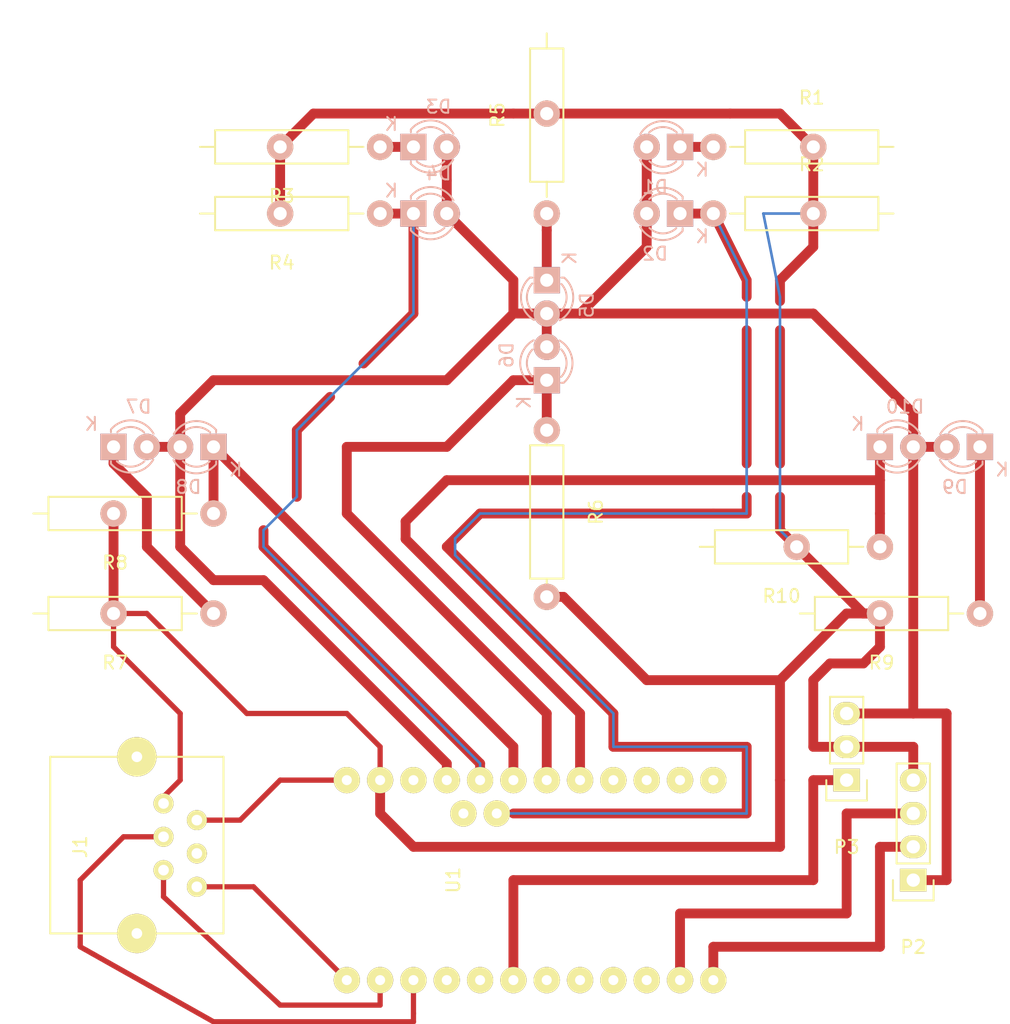
<source format=kicad_pcb>
(kicad_pcb (version 4) (host pcbnew 4.0.2+dfsg1-stable)

  (general
    (links 47)
    (no_connects 0)
    (area 0 0 0 0)
    (thickness 1.6)
    (drawings 0)
    (tracks 178)
    (zones 0)
    (modules 24)
    (nets 35)
  )

  (page A4)
  (layers
    (0 F.Cu signal)
    (31 B.Cu signal)
    (32 B.Adhes user)
    (33 F.Adhes user)
    (34 B.Paste user)
    (35 F.Paste user)
    (36 B.SilkS user)
    (37 F.SilkS user)
    (38 B.Mask user)
    (39 F.Mask user)
    (40 Dwgs.User user)
    (41 Cmts.User user)
    (42 Eco1.User user)
    (43 Eco2.User user)
    (44 Edge.Cuts user)
    (45 Margin user)
    (46 B.CrtYd user)
    (47 F.CrtYd user)
    (48 B.Fab user)
    (49 F.Fab user)
  )

  (setup
    (last_trace_width 0.4)
    (user_trace_width 0.2)
    (trace_clearance 0.2)
    (zone_clearance 0.508)
    (zone_45_only no)
    (trace_min 0.2)
    (segment_width 0.2)
    (edge_width 0.15)
    (via_size 0.6)
    (via_drill 0.4)
    (via_min_size 0.4)
    (via_min_drill 0.3)
    (uvia_size 0.3)
    (uvia_drill 0.1)
    (uvias_allowed no)
    (uvia_min_size 0.2)
    (uvia_min_drill 0.1)
    (pcb_text_width 0.3)
    (pcb_text_size 1.5 1.5)
    (mod_edge_width 0.15)
    (mod_text_size 1 1)
    (mod_text_width 0.15)
    (pad_size 1.524 1.524)
    (pad_drill 0.762)
    (pad_to_mask_clearance 0.2)
    (aux_axis_origin 0 0)
    (visible_elements FFFFFF7F)
    (pcbplotparams
      (layerselection 0x00000_00000001)
      (usegerberextensions false)
      (excludeedgelayer true)
      (linewidth 0.100000)
      (plotframeref false)
      (viasonmask false)
      (mode 1)
      (useauxorigin false)
      (hpglpennumber 1)
      (hpglpenspeed 20)
      (hpglpendiameter 15)
      (hpglpenoverlay 2)
      (psnegative false)
      (psa4output false)
      (plotreference true)
      (plotvalue true)
      (plotinvisibletext false)
      (padsonsilk false)
      (subtractmaskfromsilk false)
      (outputformat 1)
      (mirror false)
      (drillshape 0)
      (scaleselection 1)
      (outputdirectory ""))
  )

  (net 0 "")
  (net 1 "Net-(D1-Pad1)")
  (net 2 "Net-(D1-Pad2)")
  (net 3 "Net-(D2-Pad1)")
  (net 4 "Net-(D3-Pad1)")
  (net 5 "Net-(D4-Pad1)")
  (net 6 "Net-(D5-Pad1)")
  (net 7 "Net-(D6-Pad1)")
  (net 8 "Net-(D7-Pad1)")
  (net 9 "Net-(D8-Pad1)")
  (net 10 "Net-(D9-Pad1)")
  (net 11 "Net-(D10-Pad1)")
  (net 12 "Net-(P2-Pad2)")
  (net 13 "Net-(P2-Pad3)")
  (net 14 "Net-(P3-Pad1)")
  (net 15 "Net-(J1-Pad5)")
  (net 16 "Net-(J1-Pad6)")
  (net 17 "Net-(U1-Pad9)")
  (net 18 "Net-(U1-Pad15)")
  (net 19 "Net-(U1-Pad16)")
  (net 20 "Net-(U1-Pad17)")
  (net 21 "Net-(U1-Pad18)")
  (net 22 "Net-(U1-Pad22)")
  (net 23 "Net-(U1-Pad27)")
  (net 24 "Net-(U1-Pad28)")
  (net 25 "Net-(U1-Pad29)")
  (net 26 "Net-(U1-Pad31)")
  (net 27 "Net-(J1-Pad1)")
  (net 28 "Net-(J1-Pad2)")
  (net 29 "Net-(U1-Pad26)")
  (net 30 "Net-(J1-Pad4)")
  (net 31 "Net-(J1-Pad3)")
  (net 32 "Net-(J1-Pad8)")
  (net 33 "Net-(J1-Pad7)")
  (net 34 "Net-(U1-Pad32)")

  (net_class Default "This is the default net class."
    (clearance 0.2)
    (trace_width 0.4)
    (via_dia 0.6)
    (via_drill 0.4)
    (uvia_dia 0.3)
    (uvia_drill 0.1)
    (add_net "Net-(D1-Pad1)")
    (add_net "Net-(D1-Pad2)")
    (add_net "Net-(D10-Pad1)")
    (add_net "Net-(D2-Pad1)")
    (add_net "Net-(D3-Pad1)")
    (add_net "Net-(D4-Pad1)")
    (add_net "Net-(D5-Pad1)")
    (add_net "Net-(D6-Pad1)")
    (add_net "Net-(D7-Pad1)")
    (add_net "Net-(D8-Pad1)")
    (add_net "Net-(D9-Pad1)")
    (add_net "Net-(J1-Pad1)")
    (add_net "Net-(J1-Pad2)")
    (add_net "Net-(J1-Pad3)")
    (add_net "Net-(J1-Pad4)")
    (add_net "Net-(J1-Pad5)")
    (add_net "Net-(J1-Pad6)")
    (add_net "Net-(J1-Pad7)")
    (add_net "Net-(J1-Pad8)")
    (add_net "Net-(P2-Pad2)")
    (add_net "Net-(P2-Pad3)")
    (add_net "Net-(P3-Pad1)")
    (add_net "Net-(U1-Pad15)")
    (add_net "Net-(U1-Pad16)")
    (add_net "Net-(U1-Pad17)")
    (add_net "Net-(U1-Pad18)")
    (add_net "Net-(U1-Pad22)")
    (add_net "Net-(U1-Pad26)")
    (add_net "Net-(U1-Pad27)")
    (add_net "Net-(U1-Pad28)")
    (add_net "Net-(U1-Pad29)")
    (add_net "Net-(U1-Pad31)")
    (add_net "Net-(U1-Pad32)")
    (add_net "Net-(U1-Pad9)")
  )

  (module bugs:RJ12_Client (layer F.Cu) (tedit 57502E4F) (tstamp 5751A618)
    (at 111.76 160.02 270)
    (path /57486119)
    (fp_text reference J1 (at 0 0 270) (layer F.SilkS)
      (effects (font (size 1 1) (thickness 0.15)))
    )
    (fp_text value RJ12 (at 0 -2.54 270) (layer F.Fab)
      (effects (font (size 1 1) (thickness 0.15)))
    )
    (fp_line (start -6.858 -10.922) (end -6.858 2.286) (layer F.SilkS) (width 0.15))
    (fp_line (start 6.604 -10.922) (end 6.604 2.286) (layer F.SilkS) (width 0.15))
    (fp_line (start -6.858 2.286) (end 6.604 2.286) (layer F.SilkS) (width 0.15))
    (fp_line (start 5.842 -10.922) (end 6.604 -10.922) (layer F.SilkS) (width 0.15))
    (fp_line (start -6.858 -10.922) (end 5.842 -10.922) (layer F.SilkS) (width 0.15))
    (pad 3 thru_hole circle (at 0.508 -8.89 270) (size 1.524 1.524) (drill 0.8128) (layers *.Cu *.Mask F.SilkS)
      (net 31 "Net-(J1-Pad3)"))
    (pad 5 thru_hole circle (at -2.032 -8.89 270) (size 1.524 1.524) (drill 0.8128) (layers *.Cu *.Mask F.SilkS)
      (net 15 "Net-(J1-Pad5)"))
    (pad 1 thru_hole circle (at 3.048 -8.89 270) (size 1.524 1.524) (drill 0.8128) (layers *.Cu *.Mask F.SilkS)
      (net 27 "Net-(J1-Pad1)"))
    (pad 6 thru_hole circle (at -3.302 -6.35 270) (size 1.524 1.524) (drill 0.8128) (layers *.Cu *.Mask F.SilkS)
      (net 16 "Net-(J1-Pad6)"))
    (pad 4 thru_hole circle (at -0.762 -6.35 270) (size 1.524 1.524) (drill 0.8128) (layers *.Cu *.Mask F.SilkS)
      (net 30 "Net-(J1-Pad4)"))
    (pad 2 thru_hole circle (at 1.778 -6.35 270) (size 1.524 1.524) (drill 0.8128) (layers *.Cu *.Mask F.SilkS)
      (net 28 "Net-(J1-Pad2)"))
    (pad 8 thru_hole circle (at 6.604 -4.318 270) (size 2.99974 2.99974) (drill 0.8128) (layers *.Cu *.Mask F.SilkS)
      (net 32 "Net-(J1-Pad8)"))
    (pad 7 thru_hole circle (at -6.858 -4.318 270) (size 2.99974 2.99974) (drill 0.8128) (layers *.Cu *.Mask F.SilkS)
      (net 33 "Net-(J1-Pad7)"))
  )

  (module Resistors_ThroughHole:Resistor_Horizontal_RM15mm (layer F.Cu) (tedit 57487D58) (tstamp 57485B0F)
    (at 160.02 111.76)
    (descr "Resistor, Axial, RM 15mm,")
    (tags "Resistor Axial RM 15mm")
    (path /574844D6)
    (fp_text reference R2 (at 7.5 -3.74904) (layer F.SilkS)
      (effects (font (size 1 1) (thickness 0.15)))
    )
    (fp_text value 510k (at 7.5 4.0005) (layer F.Fab)
      (effects (font (size 1 1) (thickness 0.15)))
    )
    (fp_line (start -1.25 1.5) (end -1.25 -1.5) (layer F.CrtYd) (width 0.05))
    (fp_line (start -1.25 -1.5) (end 16.25 -1.5) (layer F.CrtYd) (width 0.05))
    (fp_line (start 16.25 -1.5) (end 16.25 1.5) (layer F.CrtYd) (width 0.05))
    (fp_line (start 16.25 1.5) (end -1.25 1.5) (layer F.CrtYd) (width 0.05))
    (fp_line (start 2.42 -1.27) (end 2.42 1.27) (layer F.SilkS) (width 0.15))
    (fp_line (start 2.42 1.27) (end 12.58 1.27) (layer F.SilkS) (width 0.15))
    (fp_line (start 12.58 1.27) (end 12.58 -1.27) (layer F.SilkS) (width 0.15))
    (fp_line (start 12.58 -1.27) (end 2.42 -1.27) (layer F.SilkS) (width 0.15))
    (fp_line (start 13.73 0) (end 12.58 0) (layer F.SilkS) (width 0.15))
    (fp_line (start 1.27 0) (end 2.42 0) (layer F.SilkS) (width 0.15))
    (pad 1 thru_hole circle (at 0 0) (size 1.99898 1.99898) (drill 1.00076) (layers *.Cu *.SilkS *.Mask)
      (net 3 "Net-(D2-Pad1)"))
    (pad 2 thru_hole circle (at 7.62 0) (size 1.99898 1.99898) (drill 1.00076) (layers *.Cu *.SilkS *.Mask)
      (net 16 "Net-(J1-Pad6)"))
    (model Resistors_ThroughHole.3dshapes/Resistor_Horizontal_RM15mm.wrl
      (at (xyz 0 0 0))
      (scale (xyz 0.4 0.4 0.4))
      (rotate (xyz 0 0 0))
    )
  )

  (module Resistors_ThroughHole:Resistor_Horizontal_RM15mm (layer F.Cu) (tedit 57487D4F) (tstamp 57485AFF)
    (at 160.02 106.68)
    (descr "Resistor, Axial, RM 15mm,")
    (tags "Resistor Axial RM 15mm")
    (path /574844D5)
    (fp_text reference R1 (at 7.5 -3.74904) (layer F.SilkS)
      (effects (font (size 1 1) (thickness 0.15)))
    )
    (fp_text value 150 (at 7.5 4.0005) (layer F.Fab)
      (effects (font (size 1 1) (thickness 0.15)))
    )
    (fp_line (start -1.25 1.5) (end -1.25 -1.5) (layer F.CrtYd) (width 0.05))
    (fp_line (start -1.25 -1.5) (end 16.25 -1.5) (layer F.CrtYd) (width 0.05))
    (fp_line (start 16.25 -1.5) (end 16.25 1.5) (layer F.CrtYd) (width 0.05))
    (fp_line (start 16.25 1.5) (end -1.25 1.5) (layer F.CrtYd) (width 0.05))
    (fp_line (start 2.42 -1.27) (end 2.42 1.27) (layer F.SilkS) (width 0.15))
    (fp_line (start 2.42 1.27) (end 12.58 1.27) (layer F.SilkS) (width 0.15))
    (fp_line (start 12.58 1.27) (end 12.58 -1.27) (layer F.SilkS) (width 0.15))
    (fp_line (start 12.58 -1.27) (end 2.42 -1.27) (layer F.SilkS) (width 0.15))
    (fp_line (start 13.73 0) (end 12.58 0) (layer F.SilkS) (width 0.15))
    (fp_line (start 1.27 0) (end 2.42 0) (layer F.SilkS) (width 0.15))
    (pad 1 thru_hole circle (at 0 0) (size 1.99898 1.99898) (drill 1.00076) (layers *.Cu *.SilkS *.Mask)
      (net 1 "Net-(D1-Pad1)"))
    (pad 2 thru_hole circle (at 7.62 0) (size 1.99898 1.99898) (drill 1.00076) (layers *.Cu *.SilkS *.Mask)
      (net 16 "Net-(J1-Pad6)"))
    (model Resistors_ThroughHole.3dshapes/Resistor_Horizontal_RM15mm.wrl
      (at (xyz 0 0 0))
      (scale (xyz 0.4 0.4 0.4))
      (rotate (xyz 0 0 0))
    )
  )

  (module Resistors_ThroughHole:Resistor_Horizontal_RM15mm (layer F.Cu) (tedit 57487D31) (tstamp 57485B3F)
    (at 147.32 111.76 90)
    (descr "Resistor, Axial, RM 15mm,")
    (tags "Resistor Axial RM 15mm")
    (path /574844D9)
    (fp_text reference R5 (at 7.5 -3.74904 90) (layer F.SilkS)
      (effects (font (size 1 1) (thickness 0.15)))
    )
    (fp_text value 150 (at 7.5 4.0005 90) (layer F.Fab)
      (effects (font (size 1 1) (thickness 0.15)))
    )
    (fp_line (start -1.25 1.5) (end -1.25 -1.5) (layer F.CrtYd) (width 0.05))
    (fp_line (start -1.25 -1.5) (end 16.25 -1.5) (layer F.CrtYd) (width 0.05))
    (fp_line (start 16.25 -1.5) (end 16.25 1.5) (layer F.CrtYd) (width 0.05))
    (fp_line (start 16.25 1.5) (end -1.25 1.5) (layer F.CrtYd) (width 0.05))
    (fp_line (start 2.42 -1.27) (end 2.42 1.27) (layer F.SilkS) (width 0.15))
    (fp_line (start 2.42 1.27) (end 12.58 1.27) (layer F.SilkS) (width 0.15))
    (fp_line (start 12.58 1.27) (end 12.58 -1.27) (layer F.SilkS) (width 0.15))
    (fp_line (start 12.58 -1.27) (end 2.42 -1.27) (layer F.SilkS) (width 0.15))
    (fp_line (start 13.73 0) (end 12.58 0) (layer F.SilkS) (width 0.15))
    (fp_line (start 1.27 0) (end 2.42 0) (layer F.SilkS) (width 0.15))
    (pad 1 thru_hole circle (at 0 0 90) (size 1.99898 1.99898) (drill 1.00076) (layers *.Cu *.SilkS *.Mask)
      (net 6 "Net-(D5-Pad1)"))
    (pad 2 thru_hole circle (at 7.62 0 90) (size 1.99898 1.99898) (drill 1.00076) (layers *.Cu *.SilkS *.Mask)
      (net 16 "Net-(J1-Pad6)"))
    (model Resistors_ThroughHole.3dshapes/Resistor_Horizontal_RM15mm.wrl
      (at (xyz 0 0 0))
      (scale (xyz 0.4 0.4 0.4))
      (rotate (xyz 0 0 0))
    )
  )

  (module Resistors_ThroughHole:Resistor_Horizontal_RM15mm (layer F.Cu) (tedit 57487D1D) (tstamp 57485B2F)
    (at 134.62 111.76 180)
    (descr "Resistor, Axial, RM 15mm,")
    (tags "Resistor Axial RM 15mm")
    (path /574844D8)
    (fp_text reference R4 (at 7.5 -3.74904 180) (layer F.SilkS)
      (effects (font (size 1 1) (thickness 0.15)))
    )
    (fp_text value 510k (at 7.5 4.0005 180) (layer F.Fab)
      (effects (font (size 1 1) (thickness 0.15)))
    )
    (fp_line (start -1.25 1.5) (end -1.25 -1.5) (layer F.CrtYd) (width 0.05))
    (fp_line (start -1.25 -1.5) (end 16.25 -1.5) (layer F.CrtYd) (width 0.05))
    (fp_line (start 16.25 -1.5) (end 16.25 1.5) (layer F.CrtYd) (width 0.05))
    (fp_line (start 16.25 1.5) (end -1.25 1.5) (layer F.CrtYd) (width 0.05))
    (fp_line (start 2.42 -1.27) (end 2.42 1.27) (layer F.SilkS) (width 0.15))
    (fp_line (start 2.42 1.27) (end 12.58 1.27) (layer F.SilkS) (width 0.15))
    (fp_line (start 12.58 1.27) (end 12.58 -1.27) (layer F.SilkS) (width 0.15))
    (fp_line (start 12.58 -1.27) (end 2.42 -1.27) (layer F.SilkS) (width 0.15))
    (fp_line (start 13.73 0) (end 12.58 0) (layer F.SilkS) (width 0.15))
    (fp_line (start 1.27 0) (end 2.42 0) (layer F.SilkS) (width 0.15))
    (pad 1 thru_hole circle (at 0 0 180) (size 1.99898 1.99898) (drill 1.00076) (layers *.Cu *.SilkS *.Mask)
      (net 5 "Net-(D4-Pad1)"))
    (pad 2 thru_hole circle (at 7.62 0 180) (size 1.99898 1.99898) (drill 1.00076) (layers *.Cu *.SilkS *.Mask)
      (net 16 "Net-(J1-Pad6)"))
    (model Resistors_ThroughHole.3dshapes/Resistor_Horizontal_RM15mm.wrl
      (at (xyz 0 0 0))
      (scale (xyz 0.4 0.4 0.4))
      (rotate (xyz 0 0 0))
    )
  )

  (module Resistors_ThroughHole:Resistor_Horizontal_RM15mm (layer F.Cu) (tedit 57487D12) (tstamp 57485B1F)
    (at 134.62 106.68 180)
    (descr "Resistor, Axial, RM 15mm,")
    (tags "Resistor Axial RM 15mm")
    (path /574844D7)
    (fp_text reference R3 (at 7.5 -3.74904 180) (layer F.SilkS)
      (effects (font (size 1 1) (thickness 0.15)))
    )
    (fp_text value 150 (at 7.5 4.0005 180) (layer F.Fab)
      (effects (font (size 1 1) (thickness 0.15)))
    )
    (fp_line (start -1.25 1.5) (end -1.25 -1.5) (layer F.CrtYd) (width 0.05))
    (fp_line (start -1.25 -1.5) (end 16.25 -1.5) (layer F.CrtYd) (width 0.05))
    (fp_line (start 16.25 -1.5) (end 16.25 1.5) (layer F.CrtYd) (width 0.05))
    (fp_line (start 16.25 1.5) (end -1.25 1.5) (layer F.CrtYd) (width 0.05))
    (fp_line (start 2.42 -1.27) (end 2.42 1.27) (layer F.SilkS) (width 0.15))
    (fp_line (start 2.42 1.27) (end 12.58 1.27) (layer F.SilkS) (width 0.15))
    (fp_line (start 12.58 1.27) (end 12.58 -1.27) (layer F.SilkS) (width 0.15))
    (fp_line (start 12.58 -1.27) (end 2.42 -1.27) (layer F.SilkS) (width 0.15))
    (fp_line (start 13.73 0) (end 12.58 0) (layer F.SilkS) (width 0.15))
    (fp_line (start 1.27 0) (end 2.42 0) (layer F.SilkS) (width 0.15))
    (pad 1 thru_hole circle (at 0 0 180) (size 1.99898 1.99898) (drill 1.00076) (layers *.Cu *.SilkS *.Mask)
      (net 4 "Net-(D3-Pad1)"))
    (pad 2 thru_hole circle (at 7.62 0 180) (size 1.99898 1.99898) (drill 1.00076) (layers *.Cu *.SilkS *.Mask)
      (net 16 "Net-(J1-Pad6)"))
    (model Resistors_ThroughHole.3dshapes/Resistor_Horizontal_RM15mm.wrl
      (at (xyz 0 0 0))
      (scale (xyz 0.4 0.4 0.4))
      (rotate (xyz 0 0 0))
    )
  )

  (module Resistors_ThroughHole:Resistor_Horizontal_RM15mm (layer F.Cu) (tedit 57487CDD) (tstamp 57484947)
    (at 121.92 134.62 180)
    (descr "Resistor, Axial, RM 15mm,")
    (tags "Resistor Axial RM 15mm")
    (path /574844DC)
    (fp_text reference R8 (at 7.5 -3.74904 180) (layer F.SilkS)
      (effects (font (size 1 1) (thickness 0.15)))
    )
    (fp_text value 510k (at 7.5 4.0005 180) (layer F.Fab)
      (effects (font (size 1 1) (thickness 0.15)))
    )
    (fp_line (start -1.25 1.5) (end -1.25 -1.5) (layer F.CrtYd) (width 0.05))
    (fp_line (start -1.25 -1.5) (end 16.25 -1.5) (layer F.CrtYd) (width 0.05))
    (fp_line (start 16.25 -1.5) (end 16.25 1.5) (layer F.CrtYd) (width 0.05))
    (fp_line (start 16.25 1.5) (end -1.25 1.5) (layer F.CrtYd) (width 0.05))
    (fp_line (start 2.42 -1.27) (end 2.42 1.27) (layer F.SilkS) (width 0.15))
    (fp_line (start 2.42 1.27) (end 12.58 1.27) (layer F.SilkS) (width 0.15))
    (fp_line (start 12.58 1.27) (end 12.58 -1.27) (layer F.SilkS) (width 0.15))
    (fp_line (start 12.58 -1.27) (end 2.42 -1.27) (layer F.SilkS) (width 0.15))
    (fp_line (start 13.73 0) (end 12.58 0) (layer F.SilkS) (width 0.15))
    (fp_line (start 1.27 0) (end 2.42 0) (layer F.SilkS) (width 0.15))
    (pad 1 thru_hole circle (at 0 0 180) (size 1.99898 1.99898) (drill 1.00076) (layers *.Cu *.SilkS *.Mask)
      (net 9 "Net-(D8-Pad1)"))
    (pad 2 thru_hole circle (at 7.62 0 180) (size 1.99898 1.99898) (drill 1.00076) (layers *.Cu *.SilkS *.Mask)
      (net 16 "Net-(J1-Pad6)"))
    (model Resistors_ThroughHole.3dshapes/Resistor_Horizontal_RM15mm.wrl
      (at (xyz 0 0 0))
      (scale (xyz 0.4 0.4 0.4))
      (rotate (xyz 0 0 0))
    )
  )

  (module Resistors_ThroughHole:Resistor_Horizontal_RM15mm (layer F.Cu) (tedit 5748794E) (tstamp 57484953)
    (at 172.72 137.16 180)
    (descr "Resistor, Axial, RM 15mm,")
    (tags "Resistor Axial RM 15mm")
    (path /574844DE)
    (fp_text reference R10 (at 7.5 -3.74904 180) (layer F.SilkS)
      (effects (font (size 1 1) (thickness 0.15)))
    )
    (fp_text value 510k (at 7.5 4.0005 180) (layer F.Fab)
      (effects (font (size 1 1) (thickness 0.15)))
    )
    (fp_line (start -1.25 1.5) (end -1.25 -1.5) (layer F.CrtYd) (width 0.05))
    (fp_line (start -1.25 -1.5) (end 16.25 -1.5) (layer F.CrtYd) (width 0.05))
    (fp_line (start 16.25 -1.5) (end 16.25 1.5) (layer F.CrtYd) (width 0.05))
    (fp_line (start 16.25 1.5) (end -1.25 1.5) (layer F.CrtYd) (width 0.05))
    (fp_line (start 2.42 -1.27) (end 2.42 1.27) (layer F.SilkS) (width 0.15))
    (fp_line (start 2.42 1.27) (end 12.58 1.27) (layer F.SilkS) (width 0.15))
    (fp_line (start 12.58 1.27) (end 12.58 -1.27) (layer F.SilkS) (width 0.15))
    (fp_line (start 12.58 -1.27) (end 2.42 -1.27) (layer F.SilkS) (width 0.15))
    (fp_line (start 13.73 0) (end 12.58 0) (layer F.SilkS) (width 0.15))
    (fp_line (start 1.27 0) (end 2.42 0) (layer F.SilkS) (width 0.15))
    (pad 1 thru_hole circle (at 0 0 180) (size 1.99898 1.99898) (drill 1.00076) (layers *.Cu *.SilkS *.Mask)
      (net 11 "Net-(D10-Pad1)"))
    (pad 2 thru_hole circle (at 6.35 0 180) (size 1.99898 1.99898) (drill 1.00076) (layers *.Cu *.SilkS *.Mask)
      (net 16 "Net-(J1-Pad6)"))
    (model Resistors_ThroughHole.3dshapes/Resistor_Horizontal_RM15mm.wrl
      (at (xyz 0 0 0))
      (scale (xyz 0.4 0.4 0.4))
      (rotate (xyz 0 0 0))
    )
  )

  (module Resistors_ThroughHole:Resistor_Horizontal_RM15mm (layer F.Cu) (tedit 57485D61) (tstamp 5748494D)
    (at 180.34 142.24 180)
    (descr "Resistor, Axial, RM 15mm,")
    (tags "Resistor Axial RM 15mm")
    (path /574844DD)
    (fp_text reference R9 (at 7.5 -3.74904 180) (layer F.SilkS)
      (effects (font (size 1 1) (thickness 0.15)))
    )
    (fp_text value 150 (at 7.5 4.0005 180) (layer F.Fab)
      (effects (font (size 1 1) (thickness 0.15)))
    )
    (fp_line (start -1.25 1.5) (end -1.25 -1.5) (layer F.CrtYd) (width 0.05))
    (fp_line (start -1.25 -1.5) (end 16.25 -1.5) (layer F.CrtYd) (width 0.05))
    (fp_line (start 16.25 -1.5) (end 16.25 1.5) (layer F.CrtYd) (width 0.05))
    (fp_line (start 16.25 1.5) (end -1.25 1.5) (layer F.CrtYd) (width 0.05))
    (fp_line (start 2.42 -1.27) (end 2.42 1.27) (layer F.SilkS) (width 0.15))
    (fp_line (start 2.42 1.27) (end 12.58 1.27) (layer F.SilkS) (width 0.15))
    (fp_line (start 12.58 1.27) (end 12.58 -1.27) (layer F.SilkS) (width 0.15))
    (fp_line (start 12.58 -1.27) (end 2.42 -1.27) (layer F.SilkS) (width 0.15))
    (fp_line (start 13.73 0) (end 12.58 0) (layer F.SilkS) (width 0.15))
    (fp_line (start 1.27 0) (end 2.42 0) (layer F.SilkS) (width 0.15))
    (pad 1 thru_hole circle (at 0 0 180) (size 1.99898 1.99898) (drill 1.00076) (layers *.Cu *.SilkS *.Mask)
      (net 10 "Net-(D9-Pad1)"))
    (pad 2 thru_hole circle (at 7.62 0 180) (size 1.99898 1.99898) (drill 1.00076) (layers *.Cu *.SilkS *.Mask)
      (net 16 "Net-(J1-Pad6)"))
    (model Resistors_ThroughHole.3dshapes/Resistor_Horizontal_RM15mm.wrl
      (at (xyz 0 0 0))
      (scale (xyz 0.4 0.4 0.4))
      (rotate (xyz 0 0 0))
    )
  )

  (module Resistors_ThroughHole:Resistor_Horizontal_RM15mm (layer F.Cu) (tedit 57485D12) (tstamp 57484941)
    (at 121.92 142.24 180)
    (descr "Resistor, Axial, RM 15mm,")
    (tags "Resistor Axial RM 15mm")
    (path /574844DB)
    (fp_text reference R7 (at 7.5 -3.74904 180) (layer F.SilkS)
      (effects (font (size 1 1) (thickness 0.15)))
    )
    (fp_text value 150 (at 7.5 4.0005 180) (layer F.Fab)
      (effects (font (size 1 1) (thickness 0.15)))
    )
    (fp_line (start -1.25 1.5) (end -1.25 -1.5) (layer F.CrtYd) (width 0.05))
    (fp_line (start -1.25 -1.5) (end 16.25 -1.5) (layer F.CrtYd) (width 0.05))
    (fp_line (start 16.25 -1.5) (end 16.25 1.5) (layer F.CrtYd) (width 0.05))
    (fp_line (start 16.25 1.5) (end -1.25 1.5) (layer F.CrtYd) (width 0.05))
    (fp_line (start 2.42 -1.27) (end 2.42 1.27) (layer F.SilkS) (width 0.15))
    (fp_line (start 2.42 1.27) (end 12.58 1.27) (layer F.SilkS) (width 0.15))
    (fp_line (start 12.58 1.27) (end 12.58 -1.27) (layer F.SilkS) (width 0.15))
    (fp_line (start 12.58 -1.27) (end 2.42 -1.27) (layer F.SilkS) (width 0.15))
    (fp_line (start 13.73 0) (end 12.58 0) (layer F.SilkS) (width 0.15))
    (fp_line (start 1.27 0) (end 2.42 0) (layer F.SilkS) (width 0.15))
    (pad 1 thru_hole circle (at 0 0 180) (size 1.99898 1.99898) (drill 1.00076) (layers *.Cu *.SilkS *.Mask)
      (net 8 "Net-(D7-Pad1)"))
    (pad 2 thru_hole circle (at 7.62 0 180) (size 1.99898 1.99898) (drill 1.00076) (layers *.Cu *.SilkS *.Mask)
      (net 16 "Net-(J1-Pad6)"))
    (model Resistors_ThroughHole.3dshapes/Resistor_Horizontal_RM15mm.wrl
      (at (xyz 0 0 0))
      (scale (xyz 0.4 0.4 0.4))
      (rotate (xyz 0 0 0))
    )
  )

  (module Resistors_ThroughHole:Resistor_Horizontal_RM15mm (layer F.Cu) (tedit 57485AB3) (tstamp 57485B4F)
    (at 147.32 127 270)
    (descr "Resistor, Axial, RM 15mm,")
    (tags "Resistor Axial RM 15mm")
    (path /574844DA)
    (fp_text reference R6 (at 7.5 -3.74904 270) (layer F.SilkS)
      (effects (font (size 1 1) (thickness 0.15)))
    )
    (fp_text value 510k (at 7.5 4.0005 270) (layer F.Fab)
      (effects (font (size 1 1) (thickness 0.15)))
    )
    (fp_line (start -1.25 1.5) (end -1.25 -1.5) (layer F.CrtYd) (width 0.05))
    (fp_line (start -1.25 -1.5) (end 16.25 -1.5) (layer F.CrtYd) (width 0.05))
    (fp_line (start 16.25 -1.5) (end 16.25 1.5) (layer F.CrtYd) (width 0.05))
    (fp_line (start 16.25 1.5) (end -1.25 1.5) (layer F.CrtYd) (width 0.05))
    (fp_line (start 2.42 -1.27) (end 2.42 1.27) (layer F.SilkS) (width 0.15))
    (fp_line (start 2.42 1.27) (end 12.58 1.27) (layer F.SilkS) (width 0.15))
    (fp_line (start 12.58 1.27) (end 12.58 -1.27) (layer F.SilkS) (width 0.15))
    (fp_line (start 12.58 -1.27) (end 2.42 -1.27) (layer F.SilkS) (width 0.15))
    (fp_line (start 13.73 0) (end 12.58 0) (layer F.SilkS) (width 0.15))
    (fp_line (start 1.27 0) (end 2.42 0) (layer F.SilkS) (width 0.15))
    (pad 1 thru_hole circle (at 1.27 0 270) (size 1.99898 1.99898) (drill 1.00076) (layers *.Cu *.SilkS *.Mask)
      (net 7 "Net-(D6-Pad1)"))
    (pad 2 thru_hole circle (at 13.97 0 270) (size 1.99898 1.99898) (drill 1.00076) (layers *.Cu *.SilkS *.Mask)
      (net 16 "Net-(J1-Pad6)"))
    (model Resistors_ThroughHole.3dshapes/Resistor_Horizontal_RM15mm.wrl
      (at (xyz 0 0 0))
      (scale (xyz 0.4 0.4 0.4))
      (rotate (xyz 0 0 0))
    )
  )

  (module Pin_Headers:Pin_Header_Straight_1x03 (layer F.Cu) (tedit 0) (tstamp 57484917)
    (at 170.18 154.94 180)
    (descr "Through hole pin header")
    (tags "pin header")
    (path /57484C01)
    (fp_text reference P3 (at 0 -5.1 180) (layer F.SilkS)
      (effects (font (size 1 1) (thickness 0.15)))
    )
    (fp_text value CONN_01X03 (at 0 -3.1 180) (layer F.Fab)
      (effects (font (size 1 1) (thickness 0.15)))
    )
    (fp_line (start -1.75 -1.75) (end -1.75 6.85) (layer F.CrtYd) (width 0.05))
    (fp_line (start 1.75 -1.75) (end 1.75 6.85) (layer F.CrtYd) (width 0.05))
    (fp_line (start -1.75 -1.75) (end 1.75 -1.75) (layer F.CrtYd) (width 0.05))
    (fp_line (start -1.75 6.85) (end 1.75 6.85) (layer F.CrtYd) (width 0.05))
    (fp_line (start -1.27 1.27) (end -1.27 6.35) (layer F.SilkS) (width 0.15))
    (fp_line (start -1.27 6.35) (end 1.27 6.35) (layer F.SilkS) (width 0.15))
    (fp_line (start 1.27 6.35) (end 1.27 1.27) (layer F.SilkS) (width 0.15))
    (fp_line (start 1.55 -1.55) (end 1.55 0) (layer F.SilkS) (width 0.15))
    (fp_line (start 1.27 1.27) (end -1.27 1.27) (layer F.SilkS) (width 0.15))
    (fp_line (start -1.55 0) (end -1.55 -1.55) (layer F.SilkS) (width 0.15))
    (fp_line (start -1.55 -1.55) (end 1.55 -1.55) (layer F.SilkS) (width 0.15))
    (pad 1 thru_hole rect (at 0 0 180) (size 2.032 1.7272) (drill 1.016) (layers *.Cu *.Mask F.SilkS)
      (net 14 "Net-(P3-Pad1)"))
    (pad 2 thru_hole oval (at 0 2.54 180) (size 2.032 1.7272) (drill 1.016) (layers *.Cu *.Mask F.SilkS)
      (net 16 "Net-(J1-Pad6)"))
    (pad 3 thru_hole oval (at 0 5.08 180) (size 2.032 1.7272) (drill 1.016) (layers *.Cu *.Mask F.SilkS)
      (net 2 "Net-(D1-Pad2)"))
    (model Pin_Headers.3dshapes/Pin_Header_Straight_1x03.wrl
      (at (xyz 0 -0.1 0))
      (scale (xyz 1 1 1))
      (rotate (xyz 0 0 90))
    )
  )

  (module LEDs:LED-3MM (layer B.Cu) (tedit 559B82F6) (tstamp 574848D2)
    (at 157.48 106.68 180)
    (descr "LED 3mm round vertical")
    (tags "LED  3mm round vertical")
    (path /574844CD)
    (fp_text reference D1 (at 1.91 -3.06 180) (layer B.SilkS)
      (effects (font (size 1 1) (thickness 0.15)) (justify mirror))
    )
    (fp_text value LED (at 1.3 2.9 180) (layer B.Fab)
      (effects (font (size 1 1) (thickness 0.15)) (justify mirror))
    )
    (fp_line (start -1.2 -2.3) (end 3.8 -2.3) (layer B.CrtYd) (width 0.05))
    (fp_line (start 3.8 -2.3) (end 3.8 2.2) (layer B.CrtYd) (width 0.05))
    (fp_line (start 3.8 2.2) (end -1.2 2.2) (layer B.CrtYd) (width 0.05))
    (fp_line (start -1.2 2.2) (end -1.2 -2.3) (layer B.CrtYd) (width 0.05))
    (fp_line (start -0.199 -1.314) (end -0.199 -1.114) (layer B.SilkS) (width 0.15))
    (fp_line (start -0.199 1.28) (end -0.199 1.1) (layer B.SilkS) (width 0.15))
    (fp_arc (start 1.301 -0.034) (end -0.199 1.286) (angle -108.5) (layer B.SilkS) (width 0.15))
    (fp_arc (start 1.301 -0.034) (end 0.25 1.1) (angle -85.7) (layer B.SilkS) (width 0.15))
    (fp_arc (start 1.311 -0.034) (end 3.051 -0.994) (angle -110) (layer B.SilkS) (width 0.15))
    (fp_arc (start 1.301 -0.034) (end 2.335 -1.094) (angle -87.5) (layer B.SilkS) (width 0.15))
    (fp_text user K (at -1.69 -1.74 180) (layer B.SilkS)
      (effects (font (size 1 1) (thickness 0.15)) (justify mirror))
    )
    (pad 1 thru_hole rect (at 0 0 90) (size 2 2) (drill 1.00076) (layers *.Cu *.Mask B.SilkS)
      (net 1 "Net-(D1-Pad1)"))
    (pad 2 thru_hole circle (at 2.54 0 180) (size 2 2) (drill 1.00076) (layers *.Cu *.Mask B.SilkS)
      (net 2 "Net-(D1-Pad2)"))
    (model LEDs.3dshapes/LED-3MM.wrl
      (at (xyz 0.05 0 0))
      (scale (xyz 1 1 1))
      (rotate (xyz 0 0 90))
    )
  )

  (module LEDs:LED-3MM (layer B.Cu) (tedit 559B82F6) (tstamp 574848D8)
    (at 157.48 111.76 180)
    (descr "LED 3mm round vertical")
    (tags "LED  3mm round vertical")
    (path /574844CE)
    (fp_text reference D2 (at 1.91 -3.06 180) (layer B.SilkS)
      (effects (font (size 1 1) (thickness 0.15)) (justify mirror))
    )
    (fp_text value LED (at 1.3 2.9 180) (layer B.Fab)
      (effects (font (size 1 1) (thickness 0.15)) (justify mirror))
    )
    (fp_line (start -1.2 -2.3) (end 3.8 -2.3) (layer B.CrtYd) (width 0.05))
    (fp_line (start 3.8 -2.3) (end 3.8 2.2) (layer B.CrtYd) (width 0.05))
    (fp_line (start 3.8 2.2) (end -1.2 2.2) (layer B.CrtYd) (width 0.05))
    (fp_line (start -1.2 2.2) (end -1.2 -2.3) (layer B.CrtYd) (width 0.05))
    (fp_line (start -0.199 -1.314) (end -0.199 -1.114) (layer B.SilkS) (width 0.15))
    (fp_line (start -0.199 1.28) (end -0.199 1.1) (layer B.SilkS) (width 0.15))
    (fp_arc (start 1.301 -0.034) (end -0.199 1.286) (angle -108.5) (layer B.SilkS) (width 0.15))
    (fp_arc (start 1.301 -0.034) (end 0.25 1.1) (angle -85.7) (layer B.SilkS) (width 0.15))
    (fp_arc (start 1.311 -0.034) (end 3.051 -0.994) (angle -110) (layer B.SilkS) (width 0.15))
    (fp_arc (start 1.301 -0.034) (end 2.335 -1.094) (angle -87.5) (layer B.SilkS) (width 0.15))
    (fp_text user K (at -1.69 -1.74 180) (layer B.SilkS)
      (effects (font (size 1 1) (thickness 0.15)) (justify mirror))
    )
    (pad 1 thru_hole rect (at 0 0 90) (size 2 2) (drill 1.00076) (layers *.Cu *.Mask B.SilkS)
      (net 3 "Net-(D2-Pad1)"))
    (pad 2 thru_hole circle (at 2.54 0 180) (size 2 2) (drill 1.00076) (layers *.Cu *.Mask B.SilkS)
      (net 2 "Net-(D1-Pad2)"))
    (model LEDs.3dshapes/LED-3MM.wrl
      (at (xyz 0.05 0 0))
      (scale (xyz 1 1 1))
      (rotate (xyz 0 0 90))
    )
  )

  (module LEDs:LED-3MM (layer B.Cu) (tedit 559B82F6) (tstamp 574848DE)
    (at 137.16 106.68)
    (descr "LED 3mm round vertical")
    (tags "LED  3mm round vertical")
    (path /574844CF)
    (fp_text reference D3 (at 1.91 -3.06) (layer B.SilkS)
      (effects (font (size 1 1) (thickness 0.15)) (justify mirror))
    )
    (fp_text value LED (at 1.3 2.9) (layer B.Fab)
      (effects (font (size 1 1) (thickness 0.15)) (justify mirror))
    )
    (fp_line (start -1.2 -2.3) (end 3.8 -2.3) (layer B.CrtYd) (width 0.05))
    (fp_line (start 3.8 -2.3) (end 3.8 2.2) (layer B.CrtYd) (width 0.05))
    (fp_line (start 3.8 2.2) (end -1.2 2.2) (layer B.CrtYd) (width 0.05))
    (fp_line (start -1.2 2.2) (end -1.2 -2.3) (layer B.CrtYd) (width 0.05))
    (fp_line (start -0.199 -1.314) (end -0.199 -1.114) (layer B.SilkS) (width 0.15))
    (fp_line (start -0.199 1.28) (end -0.199 1.1) (layer B.SilkS) (width 0.15))
    (fp_arc (start 1.301 -0.034) (end -0.199 1.286) (angle -108.5) (layer B.SilkS) (width 0.15))
    (fp_arc (start 1.301 -0.034) (end 0.25 1.1) (angle -85.7) (layer B.SilkS) (width 0.15))
    (fp_arc (start 1.311 -0.034) (end 3.051 -0.994) (angle -110) (layer B.SilkS) (width 0.15))
    (fp_arc (start 1.301 -0.034) (end 2.335 -1.094) (angle -87.5) (layer B.SilkS) (width 0.15))
    (fp_text user K (at -1.69 -1.74) (layer B.SilkS)
      (effects (font (size 1 1) (thickness 0.15)) (justify mirror))
    )
    (pad 1 thru_hole rect (at 0 0 270) (size 2 2) (drill 1.00076) (layers *.Cu *.Mask B.SilkS)
      (net 4 "Net-(D3-Pad1)"))
    (pad 2 thru_hole circle (at 2.54 0) (size 2 2) (drill 1.00076) (layers *.Cu *.Mask B.SilkS)
      (net 2 "Net-(D1-Pad2)"))
    (model LEDs.3dshapes/LED-3MM.wrl
      (at (xyz 0.05 0 0))
      (scale (xyz 1 1 1))
      (rotate (xyz 0 0 90))
    )
  )

  (module LEDs:LED-3MM (layer B.Cu) (tedit 559B82F6) (tstamp 574848E4)
    (at 137.16 111.76)
    (descr "LED 3mm round vertical")
    (tags "LED  3mm round vertical")
    (path /574844D0)
    (fp_text reference D4 (at 1.91 -3.06) (layer B.SilkS)
      (effects (font (size 1 1) (thickness 0.15)) (justify mirror))
    )
    (fp_text value LED (at 1.3 2.9) (layer B.Fab)
      (effects (font (size 1 1) (thickness 0.15)) (justify mirror))
    )
    (fp_line (start -1.2 -2.3) (end 3.8 -2.3) (layer B.CrtYd) (width 0.05))
    (fp_line (start 3.8 -2.3) (end 3.8 2.2) (layer B.CrtYd) (width 0.05))
    (fp_line (start 3.8 2.2) (end -1.2 2.2) (layer B.CrtYd) (width 0.05))
    (fp_line (start -1.2 2.2) (end -1.2 -2.3) (layer B.CrtYd) (width 0.05))
    (fp_line (start -0.199 -1.314) (end -0.199 -1.114) (layer B.SilkS) (width 0.15))
    (fp_line (start -0.199 1.28) (end -0.199 1.1) (layer B.SilkS) (width 0.15))
    (fp_arc (start 1.301 -0.034) (end -0.199 1.286) (angle -108.5) (layer B.SilkS) (width 0.15))
    (fp_arc (start 1.301 -0.034) (end 0.25 1.1) (angle -85.7) (layer B.SilkS) (width 0.15))
    (fp_arc (start 1.311 -0.034) (end 3.051 -0.994) (angle -110) (layer B.SilkS) (width 0.15))
    (fp_arc (start 1.301 -0.034) (end 2.335 -1.094) (angle -87.5) (layer B.SilkS) (width 0.15))
    (fp_text user K (at -1.69 -1.74) (layer B.SilkS)
      (effects (font (size 1 1) (thickness 0.15)) (justify mirror))
    )
    (pad 1 thru_hole rect (at 0 0 270) (size 2 2) (drill 1.00076) (layers *.Cu *.Mask B.SilkS)
      (net 5 "Net-(D4-Pad1)"))
    (pad 2 thru_hole circle (at 2.54 0) (size 2 2) (drill 1.00076) (layers *.Cu *.Mask B.SilkS)
      (net 2 "Net-(D1-Pad2)"))
    (model LEDs.3dshapes/LED-3MM.wrl
      (at (xyz 0.05 0 0))
      (scale (xyz 1 1 1))
      (rotate (xyz 0 0 90))
    )
  )

  (module LEDs:LED-3MM (layer B.Cu) (tedit 559B82F6) (tstamp 574848EA)
    (at 147.32 116.84 270)
    (descr "LED 3mm round vertical")
    (tags "LED  3mm round vertical")
    (path /574844CB)
    (fp_text reference D5 (at 1.91 -3.06 270) (layer B.SilkS)
      (effects (font (size 1 1) (thickness 0.15)) (justify mirror))
    )
    (fp_text value LED (at 1.3 2.9 270) (layer B.Fab)
      (effects (font (size 1 1) (thickness 0.15)) (justify mirror))
    )
    (fp_line (start -1.2 -2.3) (end 3.8 -2.3) (layer B.CrtYd) (width 0.05))
    (fp_line (start 3.8 -2.3) (end 3.8 2.2) (layer B.CrtYd) (width 0.05))
    (fp_line (start 3.8 2.2) (end -1.2 2.2) (layer B.CrtYd) (width 0.05))
    (fp_line (start -1.2 2.2) (end -1.2 -2.3) (layer B.CrtYd) (width 0.05))
    (fp_line (start -0.199 -1.314) (end -0.199 -1.114) (layer B.SilkS) (width 0.15))
    (fp_line (start -0.199 1.28) (end -0.199 1.1) (layer B.SilkS) (width 0.15))
    (fp_arc (start 1.301 -0.034) (end -0.199 1.286) (angle -108.5) (layer B.SilkS) (width 0.15))
    (fp_arc (start 1.301 -0.034) (end 0.25 1.1) (angle -85.7) (layer B.SilkS) (width 0.15))
    (fp_arc (start 1.311 -0.034) (end 3.051 -0.994) (angle -110) (layer B.SilkS) (width 0.15))
    (fp_arc (start 1.301 -0.034) (end 2.335 -1.094) (angle -87.5) (layer B.SilkS) (width 0.15))
    (fp_text user K (at -1.69 -1.74 270) (layer B.SilkS)
      (effects (font (size 1 1) (thickness 0.15)) (justify mirror))
    )
    (pad 1 thru_hole rect (at 0 0 180) (size 2 2) (drill 1.00076) (layers *.Cu *.Mask B.SilkS)
      (net 6 "Net-(D5-Pad1)"))
    (pad 2 thru_hole circle (at 2.54 0 270) (size 2 2) (drill 1.00076) (layers *.Cu *.Mask B.SilkS)
      (net 2 "Net-(D1-Pad2)"))
    (model LEDs.3dshapes/LED-3MM.wrl
      (at (xyz 0.05 0 0))
      (scale (xyz 1 1 1))
      (rotate (xyz 0 0 90))
    )
  )

  (module LEDs:LED-3MM (layer B.Cu) (tedit 559B82F6) (tstamp 574848F0)
    (at 147.32 124.46 90)
    (descr "LED 3mm round vertical")
    (tags "LED  3mm round vertical")
    (path /574844CC)
    (fp_text reference D6 (at 1.91 -3.06 90) (layer B.SilkS)
      (effects (font (size 1 1) (thickness 0.15)) (justify mirror))
    )
    (fp_text value LED (at 1.3 2.9 90) (layer B.Fab)
      (effects (font (size 1 1) (thickness 0.15)) (justify mirror))
    )
    (fp_line (start -1.2 -2.3) (end 3.8 -2.3) (layer B.CrtYd) (width 0.05))
    (fp_line (start 3.8 -2.3) (end 3.8 2.2) (layer B.CrtYd) (width 0.05))
    (fp_line (start 3.8 2.2) (end -1.2 2.2) (layer B.CrtYd) (width 0.05))
    (fp_line (start -1.2 2.2) (end -1.2 -2.3) (layer B.CrtYd) (width 0.05))
    (fp_line (start -0.199 -1.314) (end -0.199 -1.114) (layer B.SilkS) (width 0.15))
    (fp_line (start -0.199 1.28) (end -0.199 1.1) (layer B.SilkS) (width 0.15))
    (fp_arc (start 1.301 -0.034) (end -0.199 1.286) (angle -108.5) (layer B.SilkS) (width 0.15))
    (fp_arc (start 1.301 -0.034) (end 0.25 1.1) (angle -85.7) (layer B.SilkS) (width 0.15))
    (fp_arc (start 1.311 -0.034) (end 3.051 -0.994) (angle -110) (layer B.SilkS) (width 0.15))
    (fp_arc (start 1.301 -0.034) (end 2.335 -1.094) (angle -87.5) (layer B.SilkS) (width 0.15))
    (fp_text user K (at -1.69 -1.74 90) (layer B.SilkS)
      (effects (font (size 1 1) (thickness 0.15)) (justify mirror))
    )
    (pad 1 thru_hole rect (at 0 0) (size 2 2) (drill 1.00076) (layers *.Cu *.Mask B.SilkS)
      (net 7 "Net-(D6-Pad1)"))
    (pad 2 thru_hole circle (at 2.54 0 90) (size 2 2) (drill 1.00076) (layers *.Cu *.Mask B.SilkS)
      (net 2 "Net-(D1-Pad2)"))
    (model LEDs.3dshapes/LED-3MM.wrl
      (at (xyz 0.05 0 0))
      (scale (xyz 1 1 1))
      (rotate (xyz 0 0 90))
    )
  )

  (module LEDs:LED-3MM (layer B.Cu) (tedit 559B82F6) (tstamp 574848F6)
    (at 114.3 129.54)
    (descr "LED 3mm round vertical")
    (tags "LED  3mm round vertical")
    (path /574844D1)
    (fp_text reference D7 (at 1.91 -3.06) (layer B.SilkS)
      (effects (font (size 1 1) (thickness 0.15)) (justify mirror))
    )
    (fp_text value LED (at 1.3 2.9) (layer B.Fab)
      (effects (font (size 1 1) (thickness 0.15)) (justify mirror))
    )
    (fp_line (start -1.2 -2.3) (end 3.8 -2.3) (layer B.CrtYd) (width 0.05))
    (fp_line (start 3.8 -2.3) (end 3.8 2.2) (layer B.CrtYd) (width 0.05))
    (fp_line (start 3.8 2.2) (end -1.2 2.2) (layer B.CrtYd) (width 0.05))
    (fp_line (start -1.2 2.2) (end -1.2 -2.3) (layer B.CrtYd) (width 0.05))
    (fp_line (start -0.199 -1.314) (end -0.199 -1.114) (layer B.SilkS) (width 0.15))
    (fp_line (start -0.199 1.28) (end -0.199 1.1) (layer B.SilkS) (width 0.15))
    (fp_arc (start 1.301 -0.034) (end -0.199 1.286) (angle -108.5) (layer B.SilkS) (width 0.15))
    (fp_arc (start 1.301 -0.034) (end 0.25 1.1) (angle -85.7) (layer B.SilkS) (width 0.15))
    (fp_arc (start 1.311 -0.034) (end 3.051 -0.994) (angle -110) (layer B.SilkS) (width 0.15))
    (fp_arc (start 1.301 -0.034) (end 2.335 -1.094) (angle -87.5) (layer B.SilkS) (width 0.15))
    (fp_text user K (at -1.69 -1.74) (layer B.SilkS)
      (effects (font (size 1 1) (thickness 0.15)) (justify mirror))
    )
    (pad 1 thru_hole rect (at 0 0 270) (size 2 2) (drill 1.00076) (layers *.Cu *.Mask B.SilkS)
      (net 8 "Net-(D7-Pad1)"))
    (pad 2 thru_hole circle (at 2.54 0) (size 2 2) (drill 1.00076) (layers *.Cu *.Mask B.SilkS)
      (net 2 "Net-(D1-Pad2)"))
    (model LEDs.3dshapes/LED-3MM.wrl
      (at (xyz 0.05 0 0))
      (scale (xyz 1 1 1))
      (rotate (xyz 0 0 90))
    )
  )

  (module LEDs:LED-3MM (layer B.Cu) (tedit 559B82F6) (tstamp 574848FC)
    (at 121.92 129.54 180)
    (descr "LED 3mm round vertical")
    (tags "LED  3mm round vertical")
    (path /574844D2)
    (fp_text reference D8 (at 1.91 -3.06 180) (layer B.SilkS)
      (effects (font (size 1 1) (thickness 0.15)) (justify mirror))
    )
    (fp_text value LED (at 1.3 2.9 180) (layer B.Fab)
      (effects (font (size 1 1) (thickness 0.15)) (justify mirror))
    )
    (fp_line (start -1.2 -2.3) (end 3.8 -2.3) (layer B.CrtYd) (width 0.05))
    (fp_line (start 3.8 -2.3) (end 3.8 2.2) (layer B.CrtYd) (width 0.05))
    (fp_line (start 3.8 2.2) (end -1.2 2.2) (layer B.CrtYd) (width 0.05))
    (fp_line (start -1.2 2.2) (end -1.2 -2.3) (layer B.CrtYd) (width 0.05))
    (fp_line (start -0.199 -1.314) (end -0.199 -1.114) (layer B.SilkS) (width 0.15))
    (fp_line (start -0.199 1.28) (end -0.199 1.1) (layer B.SilkS) (width 0.15))
    (fp_arc (start 1.301 -0.034) (end -0.199 1.286) (angle -108.5) (layer B.SilkS) (width 0.15))
    (fp_arc (start 1.301 -0.034) (end 0.25 1.1) (angle -85.7) (layer B.SilkS) (width 0.15))
    (fp_arc (start 1.311 -0.034) (end 3.051 -0.994) (angle -110) (layer B.SilkS) (width 0.15))
    (fp_arc (start 1.301 -0.034) (end 2.335 -1.094) (angle -87.5) (layer B.SilkS) (width 0.15))
    (fp_text user K (at -1.69 -1.74 180) (layer B.SilkS)
      (effects (font (size 1 1) (thickness 0.15)) (justify mirror))
    )
    (pad 1 thru_hole rect (at 0 0 90) (size 2 2) (drill 1.00076) (layers *.Cu *.Mask B.SilkS)
      (net 9 "Net-(D8-Pad1)"))
    (pad 2 thru_hole circle (at 2.54 0 180) (size 2 2) (drill 1.00076) (layers *.Cu *.Mask B.SilkS)
      (net 2 "Net-(D1-Pad2)"))
    (model LEDs.3dshapes/LED-3MM.wrl
      (at (xyz 0.05 0 0))
      (scale (xyz 1 1 1))
      (rotate (xyz 0 0 90))
    )
  )

  (module LEDs:LED-3MM (layer B.Cu) (tedit 559B82F6) (tstamp 57484902)
    (at 180.34 129.54 180)
    (descr "LED 3mm round vertical")
    (tags "LED  3mm round vertical")
    (path /574844D3)
    (fp_text reference D9 (at 1.91 -3.06 180) (layer B.SilkS)
      (effects (font (size 1 1) (thickness 0.15)) (justify mirror))
    )
    (fp_text value LED (at 1.3 2.9 180) (layer B.Fab)
      (effects (font (size 1 1) (thickness 0.15)) (justify mirror))
    )
    (fp_line (start -1.2 -2.3) (end 3.8 -2.3) (layer B.CrtYd) (width 0.05))
    (fp_line (start 3.8 -2.3) (end 3.8 2.2) (layer B.CrtYd) (width 0.05))
    (fp_line (start 3.8 2.2) (end -1.2 2.2) (layer B.CrtYd) (width 0.05))
    (fp_line (start -1.2 2.2) (end -1.2 -2.3) (layer B.CrtYd) (width 0.05))
    (fp_line (start -0.199 -1.314) (end -0.199 -1.114) (layer B.SilkS) (width 0.15))
    (fp_line (start -0.199 1.28) (end -0.199 1.1) (layer B.SilkS) (width 0.15))
    (fp_arc (start 1.301 -0.034) (end -0.199 1.286) (angle -108.5) (layer B.SilkS) (width 0.15))
    (fp_arc (start 1.301 -0.034) (end 0.25 1.1) (angle -85.7) (layer B.SilkS) (width 0.15))
    (fp_arc (start 1.311 -0.034) (end 3.051 -0.994) (angle -110) (layer B.SilkS) (width 0.15))
    (fp_arc (start 1.301 -0.034) (end 2.335 -1.094) (angle -87.5) (layer B.SilkS) (width 0.15))
    (fp_text user K (at -1.69 -1.74 180) (layer B.SilkS)
      (effects (font (size 1 1) (thickness 0.15)) (justify mirror))
    )
    (pad 1 thru_hole rect (at 0 0 90) (size 2 2) (drill 1.00076) (layers *.Cu *.Mask B.SilkS)
      (net 10 "Net-(D9-Pad1)"))
    (pad 2 thru_hole circle (at 2.54 0 180) (size 2 2) (drill 1.00076) (layers *.Cu *.Mask B.SilkS)
      (net 2 "Net-(D1-Pad2)"))
    (model LEDs.3dshapes/LED-3MM.wrl
      (at (xyz 0.05 0 0))
      (scale (xyz 1 1 1))
      (rotate (xyz 0 0 90))
    )
  )

  (module LEDs:LED-3MM (layer B.Cu) (tedit 559B82F6) (tstamp 57484908)
    (at 172.72 129.54)
    (descr "LED 3mm round vertical")
    (tags "LED  3mm round vertical")
    (path /574844D4)
    (fp_text reference D10 (at 1.91 -3.06) (layer B.SilkS)
      (effects (font (size 1 1) (thickness 0.15)) (justify mirror))
    )
    (fp_text value LED (at 1.3 2.9) (layer B.Fab)
      (effects (font (size 1 1) (thickness 0.15)) (justify mirror))
    )
    (fp_line (start -1.2 -2.3) (end 3.8 -2.3) (layer B.CrtYd) (width 0.05))
    (fp_line (start 3.8 -2.3) (end 3.8 2.2) (layer B.CrtYd) (width 0.05))
    (fp_line (start 3.8 2.2) (end -1.2 2.2) (layer B.CrtYd) (width 0.05))
    (fp_line (start -1.2 2.2) (end -1.2 -2.3) (layer B.CrtYd) (width 0.05))
    (fp_line (start -0.199 -1.314) (end -0.199 -1.114) (layer B.SilkS) (width 0.15))
    (fp_line (start -0.199 1.28) (end -0.199 1.1) (layer B.SilkS) (width 0.15))
    (fp_arc (start 1.301 -0.034) (end -0.199 1.286) (angle -108.5) (layer B.SilkS) (width 0.15))
    (fp_arc (start 1.301 -0.034) (end 0.25 1.1) (angle -85.7) (layer B.SilkS) (width 0.15))
    (fp_arc (start 1.311 -0.034) (end 3.051 -0.994) (angle -110) (layer B.SilkS) (width 0.15))
    (fp_arc (start 1.301 -0.034) (end 2.335 -1.094) (angle -87.5) (layer B.SilkS) (width 0.15))
    (fp_text user K (at -1.69 -1.74) (layer B.SilkS)
      (effects (font (size 1 1) (thickness 0.15)) (justify mirror))
    )
    (pad 1 thru_hole rect (at 0 0 270) (size 2 2) (drill 1.00076) (layers *.Cu *.Mask B.SilkS)
      (net 11 "Net-(D10-Pad1)"))
    (pad 2 thru_hole circle (at 2.54 0) (size 2 2) (drill 1.00076) (layers *.Cu *.Mask B.SilkS)
      (net 2 "Net-(D1-Pad2)"))
    (model LEDs.3dshapes/LED-3MM.wrl
      (at (xyz 0.05 0 0))
      (scale (xyz 1 1 1))
      (rotate (xyz 0 0 90))
    )
  )

  (module Pin_Headers:Pin_Header_Straight_1x04 (layer F.Cu) (tedit 0) (tstamp 57484910)
    (at 175.26 162.56 180)
    (descr "Through hole pin header")
    (tags "pin header")
    (path /57484A94)
    (fp_text reference P2 (at 0 -5.1 180) (layer F.SilkS)
      (effects (font (size 1 1) (thickness 0.15)))
    )
    (fp_text value Sonar (at 0 -3.1 180) (layer F.Fab)
      (effects (font (size 1 1) (thickness 0.15)))
    )
    (fp_line (start -1.75 -1.75) (end -1.75 9.4) (layer F.CrtYd) (width 0.05))
    (fp_line (start 1.75 -1.75) (end 1.75 9.4) (layer F.CrtYd) (width 0.05))
    (fp_line (start -1.75 -1.75) (end 1.75 -1.75) (layer F.CrtYd) (width 0.05))
    (fp_line (start -1.75 9.4) (end 1.75 9.4) (layer F.CrtYd) (width 0.05))
    (fp_line (start -1.27 1.27) (end -1.27 8.89) (layer F.SilkS) (width 0.15))
    (fp_line (start 1.27 1.27) (end 1.27 8.89) (layer F.SilkS) (width 0.15))
    (fp_line (start 1.55 -1.55) (end 1.55 0) (layer F.SilkS) (width 0.15))
    (fp_line (start -1.27 8.89) (end 1.27 8.89) (layer F.SilkS) (width 0.15))
    (fp_line (start 1.27 1.27) (end -1.27 1.27) (layer F.SilkS) (width 0.15))
    (fp_line (start -1.55 0) (end -1.55 -1.55) (layer F.SilkS) (width 0.15))
    (fp_line (start -1.55 -1.55) (end 1.55 -1.55) (layer F.SilkS) (width 0.15))
    (pad 1 thru_hole rect (at 0 0 180) (size 2.032 1.7272) (drill 1.016) (layers *.Cu *.Mask F.SilkS)
      (net 2 "Net-(D1-Pad2)"))
    (pad 2 thru_hole oval (at 0 2.54 180) (size 2.032 1.7272) (drill 1.016) (layers *.Cu *.Mask F.SilkS)
      (net 12 "Net-(P2-Pad2)"))
    (pad 3 thru_hole oval (at 0 5.08 180) (size 2.032 1.7272) (drill 1.016) (layers *.Cu *.Mask F.SilkS)
      (net 13 "Net-(P2-Pad3)"))
    (pad 4 thru_hole oval (at 0 7.62 180) (size 2.032 1.7272) (drill 1.016) (layers *.Cu *.Mask F.SilkS)
      (net 16 "Net-(J1-Pad6)"))
    (model Pin_Headers.3dshapes/Pin_Header_Straight_1x04.wrl
      (at (xyz 0 -0.15 0))
      (scale (xyz 1 1 1))
      (rotate (xyz 0 0 90))
    )
  )

  (module bugs:arduino_mini_pro (layer F.Cu) (tedit 57485302) (tstamp 574881BE)
    (at 139.7 162.56 90)
    (path /57484E8A)
    (fp_text reference U1 (at 0 0.5 90) (layer F.SilkS)
      (effects (font (size 1 1) (thickness 0.15)))
    )
    (fp_text value Arduino_Mini (at 0 -0.5 90) (layer F.Fab)
      (effects (font (size 1 1) (thickness 0.15)))
    )
    (pad 7 thru_hole circle (at 7.62 -7.62 90) (size 2 2) (drill 0.762) (layers *.Cu *.Mask F.SilkS)
      (net 15 "Net-(J1-Pad5)"))
    (pad 8 thru_hole circle (at 7.62 -5.08 90) (size 2 2) (drill 0.762) (layers *.Cu *.Mask F.SilkS)
      (net 16 "Net-(J1-Pad6)"))
    (pad 9 thru_hole circle (at 7.62 -2.54 90) (size 2 2) (drill 0.762) (layers *.Cu *.Mask F.SilkS)
      (net 17 "Net-(U1-Pad9)"))
    (pad 10 thru_hole circle (at 7.62 0 90) (size 2 2) (drill 0.762) (layers *.Cu *.Mask F.SilkS)
      (net 2 "Net-(D1-Pad2)"))
    (pad 11 thru_hole circle (at 7.62 2.54 90) (size 2 2) (drill 0.762) (layers *.Cu *.Mask F.SilkS)
      (net 5 "Net-(D4-Pad1)"))
    (pad 15 thru_hole circle (at 7.62 12.7 90) (size 2 2) (drill 0.762) (layers *.Cu *.Mask F.SilkS)
      (net 18 "Net-(U1-Pad15)"))
    (pad 16 thru_hole circle (at 7.62 15.24 90) (size 2 2) (drill 0.762) (layers *.Cu *.Mask F.SilkS)
      (net 19 "Net-(U1-Pad16)"))
    (pad 17 thru_hole circle (at 7.62 17.78 90) (size 2 2) (drill 0.762) (layers *.Cu *.Mask F.SilkS)
      (net 20 "Net-(U1-Pad17)"))
    (pad 18 thru_hole circle (at 7.62 20.32 90) (size 2 2) (drill 0.762) (layers *.Cu *.Mask F.SilkS)
      (net 21 "Net-(U1-Pad18)"))
    (pad 22 thru_hole circle (at 5.08 1.27 90) (size 2 2) (drill 0.762) (layers *.Cu *.Mask F.SilkS)
      (net 22 "Net-(U1-Pad22)"))
    (pad 23 thru_hole circle (at 5.08 3.81 90) (size 2 2) (drill 0.762) (layers *.Cu *.Mask F.SilkS)
      (net 3 "Net-(D2-Pad1)"))
    (pad 27 thru_hole circle (at -7.62 12.7 90) (size 2 2) (drill 0.762) (layers *.Cu *.Mask F.SilkS)
      (net 23 "Net-(U1-Pad27)"))
    (pad 28 thru_hole circle (at -7.62 10.16 90) (size 2 2) (drill 0.762) (layers *.Cu *.Mask F.SilkS)
      (net 24 "Net-(U1-Pad28)"))
    (pad 29 thru_hole circle (at -7.62 7.62 90) (size 2 2) (drill 0.762) (layers *.Cu *.Mask F.SilkS)
      (net 25 "Net-(U1-Pad29)"))
    (pad 30 thru_hole circle (at -7.62 5.08 90) (size 2 2) (drill 0.762) (layers *.Cu *.Mask F.SilkS)
      (net 14 "Net-(P3-Pad1)"))
    (pad 31 thru_hole circle (at -7.62 2.54 90) (size 2 2) (drill 0.762) (layers *.Cu *.Mask F.SilkS)
      (net 26 "Net-(U1-Pad31)"))
    (pad 32 thru_hole circle (at -7.62 0 90) (size 2 2) (drill 0.762) (layers *.Cu *.Mask F.SilkS)
      (net 34 "Net-(U1-Pad32)"))
    (pad 33 thru_hole circle (at -7.62 -2.54 90) (size 2 2) (drill 0.762) (layers *.Cu *.Mask F.SilkS)
      (net 30 "Net-(J1-Pad4)"))
    (pad 34 thru_hole circle (at -7.62 -5.08 90) (size 2 2) (drill 0.762) (layers *.Cu *.Mask F.SilkS)
      (net 28 "Net-(J1-Pad2)"))
    (pad 35 thru_hole circle (at -7.62 -7.62 90) (size 2 2) (drill 0.762) (layers *.Cu *.Mask F.SilkS)
      (net 27 "Net-(J1-Pad1)"))
    (pad 26 thru_hole circle (at -7.62 15.24 90) (size 2 2) (drill 0.762) (layers *.Cu *.Mask F.SilkS)
      (net 29 "Net-(U1-Pad26)"))
    (pad 25 thru_hole circle (at -7.62 17.78 90) (size 2 2) (drill 0.762) (layers *.Cu *.Mask F.SilkS)
      (net 13 "Net-(P2-Pad3)"))
    (pad 24 thru_hole circle (at -7.62 20.32 90) (size 2 2) (drill 0.762) (layers *.Cu *.Mask F.SilkS)
      (net 12 "Net-(P2-Pad2)"))
    (pad 12 thru_hole circle (at 7.62 5.08 90) (size 2 2) (drill 0.762) (layers *.Cu *.Mask F.SilkS)
      (net 9 "Net-(D8-Pad1)"))
    (pad 13 thru_hole circle (at 7.62 7.62 90) (size 2 2) (drill 0.762) (layers *.Cu *.Mask F.SilkS)
      (net 7 "Net-(D6-Pad1)"))
    (pad 14 thru_hole circle (at 7.62 10.16 90) (size 2 2) (drill 0.762) (layers *.Cu *.Mask F.SilkS)
      (net 11 "Net-(D10-Pad1)"))
  )

  (segment (start 130.81 125.73) (end 128.27 128.27) (width 0.75) (layer F.Cu) (net 0))
  (segment (start 128.27 128.27) (end 128.27 133.35) (width 0.75) (layer F.Cu) (net 0) (tstamp 57487C96))
  (segment (start 162.56 130.81) (end 162.56 129.54) (width 0.75) (layer F.Cu) (net 0))
  (segment (start 165.1 130.81) (end 165.1 120.65) (width 0.75) (layer F.Cu) (net 0))
  (segment (start 162.56 130.175) (end 162.56 129.54) (width 0.75) (layer F.Cu) (net 0))
  (segment (start 162.56 129.54) (end 162.56 120.65) (width 0.75) (layer F.Cu) (net 0) (tstamp 57487A28))
  (segment (start 162.56 134.62) (end 162.56 133.35) (width 0.75) (layer F.Cu) (net 0))
  (segment (start 162.56 157.48) (end 144.78 157.48) (width 0.75) (layer F.Cu) (net 0) (tstamp 57485D11))
  (segment (start 162.56 134.62) (end 160.02 134.62) (width 0.75) (layer F.Cu) (net 0) (tstamp 57485D08))
  (segment (start 160.02 134.62) (end 142.24 134.62) (width 0.75) (layer F.Cu) (net 0) (tstamp 57485D09))
  (segment (start 142.24 134.62) (end 139.7 137.16) (width 0.75) (layer F.Cu) (net 0) (tstamp 57485D0A))
  (segment (start 139.7 137.16) (end 142.24 139.7) (width 0.75) (layer F.Cu) (net 0) (tstamp 57485D0B))
  (segment (start 142.24 139.7) (end 144.78 142.24) (width 0.75) (layer F.Cu) (net 0) (tstamp 57485D0C))
  (segment (start 144.78 142.24) (end 152.4 149.86) (width 0.75) (layer F.Cu) (net 0) (tstamp 57485D0D))
  (segment (start 152.4 149.86) (end 152.4 152.4) (width 0.75) (layer F.Cu) (net 0) (tstamp 57485D0E))
  (segment (start 152.4 152.4) (end 162.56 152.4) (width 0.75) (layer F.Cu) (net 0) (tstamp 57485D0F))
  (segment (start 162.56 152.4) (end 162.56 157.48) (width 0.75) (layer F.Cu) (net 0) (tstamp 57485D10))
  (segment (start 162.56 134.62) (end 162.56 134.62) (width 0.75) (layer F.Cu) (net 0) (tstamp 57485D07))
  (segment (start 157.48 106.68) (end 160.02 106.68) (width 0.75) (layer F.Cu) (net 1))
  (segment (start 139.7 154.94) (end 139.7 153.67) (width 0.75) (layer F.Cu) (net 2))
  (segment (start 119.38 137.16) (end 119.38 129.54) (width 0.75) (layer F.Cu) (net 2) (tstamp 57487C69))
  (segment (start 121.92 139.7) (end 119.38 137.16) (width 0.75) (layer F.Cu) (net 2) (tstamp 57487C67))
  (segment (start 125.73 139.7) (end 121.92 139.7) (width 0.75) (layer F.Cu) (net 2) (tstamp 57487C65))
  (segment (start 139.7 153.67) (end 125.73 139.7) (width 0.75) (layer F.Cu) (net 2) (tstamp 57487C64))
  (segment (start 175.26 149.86) (end 177.8 149.86) (width 0.75) (layer F.Cu) (net 2))
  (segment (start 177.8 162.56) (end 175.26 162.56) (width 0.75) (layer F.Cu) (net 2) (tstamp 57487B53))
  (segment (start 177.8 149.86) (end 177.8 162.56) (width 0.75) (layer F.Cu) (net 2) (tstamp 57487B52))
  (segment (start 175.26 129.54) (end 175.26 149.86) (width 0.75) (layer F.Cu) (net 2))
  (segment (start 175.26 149.86) (end 170.18 149.86) (width 0.75) (layer F.Cu) (net 2) (tstamp 57487B4D))
  (segment (start 149.86 119.38) (end 167.64 119.38) (width 0.75) (layer F.Cu) (net 2))
  (segment (start 175.26 127) (end 175.26 129.54) (width 0.75) (layer F.Cu) (net 2) (tstamp 57485BC3))
  (segment (start 167.64 119.38) (end 175.26 127) (width 0.75) (layer F.Cu) (net 2) (tstamp 57485BC1))
  (segment (start 119.38 129.54) (end 119.38 127) (width 0.75) (layer F.Cu) (net 2))
  (segment (start 121.92 124.46) (end 139.7 124.46) (width 0.75) (layer F.Cu) (net 2) (tstamp 57485BBE))
  (segment (start 119.38 127) (end 121.92 124.46) (width 0.75) (layer F.Cu) (net 2) (tstamp 57485BBD))
  (segment (start 147.32 119.38) (end 149.86 119.38) (width 0.75) (layer F.Cu) (net 2))
  (segment (start 154.94 114.3) (end 154.94 111.76) (width 0.75) (layer F.Cu) (net 2) (tstamp 57485BBA))
  (segment (start 149.86 119.38) (end 154.94 114.3) (width 0.75) (layer F.Cu) (net 2) (tstamp 57485BB9))
  (segment (start 144.78 119.38) (end 144.78 116.84) (width 0.75) (layer F.Cu) (net 2))
  (segment (start 144.78 116.84) (end 139.7 111.76) (width 0.75) (layer F.Cu) (net 2) (tstamp 57485BB6))
  (segment (start 144.78 119.38) (end 147.32 119.38) (width 0.75) (layer F.Cu) (net 2) (tstamp 57485BB3))
  (segment (start 139.7 124.46) (end 144.78 119.38) (width 0.75) (layer F.Cu) (net 2) (tstamp 57485BB1))
  (segment (start 175.26 129.54) (end 177.8 129.54) (width 0.75) (layer F.Cu) (net 2))
  (segment (start 154.94 106.68) (end 154.94 111.76) (width 0.75) (layer F.Cu) (net 2))
  (segment (start 139.7 106.68) (end 139.7 109.22) (width 0.75) (layer F.Cu) (net 2))
  (segment (start 139.7 109.22) (end 139.7 111.76) (width 0.75) (layer F.Cu) (net 2) (tstamp 5748575B))
  (segment (start 147.32 119.38) (end 147.32 121.92) (width 0.75) (layer F.Cu) (net 2))
  (segment (start 116.84 129.54) (end 119.38 129.54) (width 0.75) (layer F.Cu) (net 2))
  (segment (start 143.51 157.48) (end 144.78 157.48) (width 0.2) (layer B.Cu) (net 3))
  (segment (start 162.56 116.84) (end 162.56 134.62) (width 0.2) (layer B.Cu) (net 3) (tstamp 57487888))
  (segment (start 162.56 134.62) (end 142.24 134.62) (width 0.2) (layer B.Cu) (net 3) (tstamp 57487889))
  (segment (start 142.24 134.62) (end 140.335 136.525) (width 0.2) (layer B.Cu) (net 3) (tstamp 5748788B))
  (segment (start 140.335 136.525) (end 140.335 137.795) (width 0.2) (layer B.Cu) (net 3) (tstamp 5748788D))
  (segment (start 140.335 137.795) (end 152.4 149.86) (width 0.2) (layer B.Cu) (net 3) (tstamp 5748788E))
  (segment (start 152.4 149.86) (end 152.4 152.4) (width 0.2) (layer B.Cu) (net 3) (tstamp 57487893))
  (segment (start 152.4 152.4) (end 162.56 152.4) (width 0.2) (layer B.Cu) (net 3) (tstamp 57487894))
  (segment (start 162.56 152.4) (end 162.56 157.48) (width 0.2) (layer B.Cu) (net 3) (tstamp 57487895))
  (segment (start 162.56 157.48) (end 144.78 157.48) (width 0.2) (layer B.Cu) (net 3) (tstamp 57487896))
  (segment (start 162.56 116.84) (end 160.02 111.76) (width 0.2) (layer B.Cu) (net 3) (status 10))
  (segment (start 160.02 111.76) (end 162.56 116.84) (width 0.75) (layer F.Cu) (net 3) (status 10))
  (segment (start 162.56 116.84) (end 162.56 118.11) (width 0.75) (layer F.Cu) (net 3) (tstamp 5748786C))
  (segment (start 157.48 111.76) (end 160.02 111.76) (width 0.75) (layer F.Cu) (net 3) (status 20))
  (segment (start 134.62 106.68) (end 137.16 106.68) (width 0.75) (layer F.Cu) (net 4))
  (segment (start 142.24 154.94) (end 142.24 153.67) (width 0.75) (layer F.Cu) (net 5))
  (segment (start 125.73 137.16) (end 125.73 135.89) (width 0.75) (layer F.Cu) (net 5) (tstamp 57487CA0))
  (segment (start 142.24 153.67) (end 125.73 137.16) (width 0.75) (layer F.Cu) (net 5) (tstamp 57487C9E))
  (segment (start 137.16 111.76) (end 137.16 119.38) (width 0.75) (layer F.Cu) (net 5))
  (segment (start 137.16 119.38) (end 133.35 123.19) (width 0.75) (layer F.Cu) (net 5) (tstamp 57487C91))
  (segment (start 142.24 154.94) (end 142.24 153.67) (width 0.2) (layer B.Cu) (net 5))
  (segment (start 137.16 119.38) (end 137.16 111.76) (width 0.2) (layer B.Cu) (net 5) (tstamp 57487C7E))
  (segment (start 128.27 128.27) (end 137.16 119.38) (width 0.2) (layer B.Cu) (net 5) (tstamp 57487C7C))
  (segment (start 128.27 133.35) (end 128.27 128.27) (width 0.2) (layer B.Cu) (net 5) (tstamp 57487C7A))
  (segment (start 125.73 135.89) (end 128.27 133.35) (width 0.2) (layer B.Cu) (net 5) (tstamp 57487C78))
  (segment (start 125.73 137.16) (end 125.73 135.89) (width 0.2) (layer B.Cu) (net 5) (tstamp 57487C76))
  (segment (start 142.24 153.67) (end 125.73 137.16) (width 0.2) (layer B.Cu) (net 5) (tstamp 57487C72))
  (segment (start 137.16 111.76) (end 134.62 111.76) (width 0.75) (layer F.Cu) (net 5))
  (segment (start 147.32 111.76) (end 147.32 113.03) (width 0.75) (layer F.Cu) (net 6))
  (segment (start 147.32 113.03) (end 147.32 116.84) (width 0.75) (layer F.Cu) (net 6))
  (segment (start 147.32 128.27) (end 147.32 124.46) (width 0.75) (layer F.Cu) (net 7))
  (segment (start 147.32 124.46) (end 144.78 124.46) (width 0.75) (layer F.Cu) (net 7))
  (segment (start 147.32 149.86) (end 147.32 154.94) (width 0.75) (layer F.Cu) (net 7) (tstamp 57485C65))
  (segment (start 132.08 134.62) (end 147.32 149.86) (width 0.75) (layer F.Cu) (net 7) (tstamp 57485C64))
  (segment (start 132.08 129.54) (end 132.08 134.62) (width 0.75) (layer F.Cu) (net 7) (tstamp 57485C63))
  (segment (start 139.7 129.54) (end 132.08 129.54) (width 0.75) (layer F.Cu) (net 7) (tstamp 57485C61))
  (segment (start 144.78 124.46) (end 139.7 129.54) (width 0.75) (layer F.Cu) (net 7) (tstamp 57485C60))
  (segment (start 114.3 129.54) (end 114.3 130.81) (width 0.75) (layer F.Cu) (net 8))
  (segment (start 116.84 137.16) (end 121.92 142.24) (width 0.75) (layer F.Cu) (net 8) (tstamp 57487EB6))
  (segment (start 116.84 133.35) (end 116.84 137.16) (width 0.75) (layer F.Cu) (net 8) (tstamp 57487EB5))
  (segment (start 114.3 130.81) (end 116.84 133.35) (width 0.75) (layer F.Cu) (net 8) (tstamp 57487EB4))
  (segment (start 121.92 129.54) (end 144.78 152.4) (width 0.75) (layer F.Cu) (net 9))
  (segment (start 144.78 152.4) (end 144.78 154.94) (width 0.75) (layer F.Cu) (net 9) (tstamp 57485C47))
  (segment (start 121.92 129.54) (end 121.92 134.62) (width 0.75) (layer F.Cu) (net 9))
  (segment (start 180.34 129.54) (end 180.34 142.24) (width 0.75) (layer F.Cu) (net 10))
  (segment (start 172.72 137.16) (end 172.72 134.62) (width 0.75) (layer F.Cu) (net 11))
  (segment (start 172.72 134.62) (end 172.72 132.08) (width 0.75) (layer F.Cu) (net 11))
  (segment (start 172.72 132.08) (end 139.7 132.08) (width 0.75) (layer F.Cu) (net 11))
  (segment (start 149.86 149.86) (end 149.86 154.94) (width 0.75) (layer F.Cu) (net 11) (tstamp 57485C72))
  (segment (start 136.561753 136.561753) (end 149.86 149.86) (width 0.75) (layer F.Cu) (net 11) (tstamp 57485C71))
  (segment (start 136.561753 135.218247) (end 136.561753 136.561753) (width 0.75) (layer F.Cu) (net 11) (tstamp 57485C70))
  (segment (start 137.16 134.62) (end 136.561753 135.218247) (width 0.75) (layer F.Cu) (net 11) (tstamp 57485C6F))
  (segment (start 139.7 132.08) (end 137.16 134.62) (width 0.75) (layer F.Cu) (net 11) (tstamp 57485C6E))
  (segment (start 172.72 129.54) (end 172.72 132.08) (width 0.75) (layer F.Cu) (net 11))
  (segment (start 160.02 170.18) (end 160.02 167.64) (width 0.75) (layer F.Cu) (net 12))
  (segment (start 172.72 160.02) (end 175.26 160.02) (width 0.75) (layer F.Cu) (net 12) (tstamp 57487B6E))
  (segment (start 172.72 167.64) (end 172.72 160.02) (width 0.75) (layer F.Cu) (net 12) (tstamp 57487B6D))
  (segment (start 160.02 167.64) (end 172.72 167.64) (width 0.75) (layer F.Cu) (net 12) (tstamp 57487B6C))
  (segment (start 175.26 157.48) (end 170.18 157.48) (width 0.75) (layer F.Cu) (net 13))
  (segment (start 157.48 165.1) (end 157.48 170.18) (width 0.75) (layer F.Cu) (net 13) (tstamp 57487B69))
  (segment (start 170.18 165.1) (end 157.48 165.1) (width 0.75) (layer F.Cu) (net 13) (tstamp 57487B68))
  (segment (start 170.18 157.48) (end 170.18 165.1) (width 0.75) (layer F.Cu) (net 13) (tstamp 57487B67))
  (segment (start 170.18 154.94) (end 167.64 154.94) (width 0.75) (layer F.Cu) (net 14))
  (segment (start 167.64 162.56) (end 144.78 162.56) (width 0.75) (layer F.Cu) (net 14) (tstamp 57487B5B))
  (segment (start 144.78 162.56) (end 144.78 170.18) (width 0.75) (layer F.Cu) (net 14) (tstamp 57487B5C))
  (segment (start 167.64 154.94) (end 167.64 162.56) (width 0.75) (layer F.Cu) (net 14))
  (segment (start 120.65 157.988) (end 123.952 157.988) (width 0.4) (layer F.Cu) (net 15))
  (segment (start 127 154.94) (end 132.08 154.94) (width 0.4) (layer F.Cu) (net 15) (tstamp 5751A64D))
  (segment (start 123.952 157.988) (end 127 154.94) (width 0.4) (layer F.Cu) (net 15) (tstamp 5751A64B))
  (segment (start 118.11 156.718) (end 118.11 156.21) (width 0.4) (layer F.Cu) (net 16))
  (segment (start 118.11 156.21) (end 119.38 154.94) (width 0.4) (layer F.Cu) (net 16) (tstamp 5751A637))
  (segment (start 119.38 154.94) (end 119.38 149.86) (width 0.4) (layer F.Cu) (net 16) (tstamp 5751A638))
  (segment (start 119.38 149.86) (end 114.3 144.78) (width 0.4) (layer F.Cu) (net 16) (tstamp 5751A639))
  (segment (start 114.3 144.78) (end 114.3 142.24) (width 0.4) (layer F.Cu) (net 16) (tstamp 5751A63B))
  (segment (start 114.3 142.24) (end 116.84 142.24) (width 0.4) (layer F.Cu) (net 16))
  (segment (start 134.62 152.4) (end 134.62 154.94) (width 0.4) (layer F.Cu) (net 16) (tstamp 5751A633))
  (segment (start 132.08 149.86) (end 134.62 152.4) (width 0.4) (layer F.Cu) (net 16) (tstamp 5751A631))
  (segment (start 124.46 149.86) (end 132.08 149.86) (width 0.4) (layer F.Cu) (net 16) (tstamp 5751A62F))
  (segment (start 116.84 142.24) (end 124.46 149.86) (width 0.4) (layer F.Cu) (net 16) (tstamp 5751A62D))
  (segment (start 172.72 142.24) (end 172.72 144.78) (width 0.75) (layer F.Cu) (net 16))
  (segment (start 167.64 152.4) (end 170.18 152.4) (width 0.75) (layer F.Cu) (net 16) (tstamp 57487EBE))
  (segment (start 167.64 147.32) (end 167.64 152.4) (width 0.75) (layer F.Cu) (net 16) (tstamp 57487EBD))
  (segment (start 168.91 146.05) (end 167.64 147.32) (width 0.75) (layer F.Cu) (net 16) (tstamp 57487EBC))
  (segment (start 171.45 146.05) (end 168.91 146.05) (width 0.75) (layer F.Cu) (net 16) (tstamp 57487EBB))
  (segment (start 172.72 144.78) (end 171.45 146.05) (width 0.75) (layer F.Cu) (net 16) (tstamp 57487EBA))
  (segment (start 167.64 111.76) (end 167.64 114.3) (width 0.75) (layer F.Cu) (net 16) (status 10))
  (segment (start 165.1 116.84) (end 165.1 118.429998) (width 0.75) (layer F.Cu) (net 16) (tstamp 57487E4F))
  (segment (start 167.64 114.3) (end 165.1 116.84) (width 0.75) (layer F.Cu) (net 16) (tstamp 57487E4E))
  (segment (start 167.64 106.68) (end 167.64 111.76) (width 0.75) (layer F.Cu) (net 16) (status 20))
  (segment (start 161.29 104.14) (end 165.1 104.14) (width 0.75) (layer F.Cu) (net 16))
  (segment (start 147.32 104.14) (end 161.29 104.14) (width 0.75) (layer F.Cu) (net 16))
  (segment (start 165.1 104.14) (end 167.64 106.68) (width 0.75) (layer F.Cu) (net 16) (tstamp 57487E46))
  (segment (start 147.32 104.14) (end 144.78 104.14) (width 0.75) (layer F.Cu) (net 16))
  (segment (start 129.54 104.14) (end 144.78 104.14) (width 0.75) (layer F.Cu) (net 16) (tstamp 57487DA9))
  (segment (start 129.54 104.14) (end 127 106.68) (width 0.75) (layer F.Cu) (net 16))
  (segment (start 127 111.76) (end 127 106.68) (width 0.75) (layer F.Cu) (net 16))
  (segment (start 114.3 142.24) (end 114.3 134.62) (width 0.75) (layer F.Cu) (net 16))
  (segment (start 175.26 154.94) (end 175.26 152.4) (width 0.75) (layer F.Cu) (net 16))
  (segment (start 175.26 152.4) (end 170.18 152.4) (width 0.75) (layer F.Cu) (net 16) (tstamp 57487B56))
  (segment (start 172.72 142.24) (end 170.18 142.24) (width 0.75) (layer F.Cu) (net 16))
  (segment (start 170.18 142.24) (end 165.1 147.32) (width 0.75) (layer F.Cu) (net 16) (tstamp 57487A99))
  (segment (start 166.37 137.16) (end 165.1 135.89) (width 0.75) (layer F.Cu) (net 16))
  (segment (start 165.1 135.89) (end 165.1 133.35) (width 0.75) (layer F.Cu) (net 16) (tstamp 57487A21))
  (segment (start 167.4 111.76) (end 163.83 111.76) (width 0.2) (layer B.Cu) (net 16))
  (segment (start 165.1 135.89) (end 166.37 137.16) (width 0.2) (layer B.Cu) (net 16) (tstamp 57487A1B))
  (segment (start 165.1 118.11) (end 165.1 135.89) (width 0.2) (layer B.Cu) (net 16) (tstamp 57487A19))
  (segment (start 163.83 111.76) (end 165.1 118.11) (width 0.2) (layer B.Cu) (net 16) (tstamp 57487A17))
  (segment (start 172.72 142.24) (end 171.45 142.24) (width 0.75) (layer F.Cu) (net 16))
  (segment (start 171.45 142.24) (end 166.37 137.16) (width 0.75) (layer F.Cu) (net 16) (tstamp 574879EB))
  (segment (start 165.1 147.32) (end 165.1 154.94) (width 0.75) (layer F.Cu) (net 16))
  (segment (start 134.62 154.94) (end 134.62 157.48) (width 0.75) (layer F.Cu) (net 16))
  (segment (start 134.62 157.48) (end 137.16 160.02) (width 0.75) (layer F.Cu) (net 16) (tstamp 57485D5A))
  (segment (start 137.16 160.02) (end 165.1 160.02) (width 0.75) (layer F.Cu) (net 16) (tstamp 57485D5B))
  (segment (start 165.1 154.94) (end 165.1 160.02) (width 0.75) (layer F.Cu) (net 16) (tstamp 57485FF3))
  (segment (start 147.32 140.97) (end 148.59 140.97) (width 0.75) (layer F.Cu) (net 16))
  (segment (start 154.94 147.32) (end 165.1 147.32) (width 0.75) (layer F.Cu) (net 16) (tstamp 57485D4A))
  (segment (start 148.59 140.97) (end 154.94 147.32) (width 0.75) (layer F.Cu) (net 16) (tstamp 57485D49))
  (segment (start 120.65 163.068) (end 124.968 163.068) (width 0.4) (layer F.Cu) (net 27))
  (segment (start 124.968 163.068) (end 132.08 170.18) (width 0.4) (layer F.Cu) (net 27) (tstamp 5751A641))
  (segment (start 118.11 161.798) (end 118.11 163.83) (width 0.4) (layer F.Cu) (net 28))
  (segment (start 134.62 172.085) (end 134.62 170.18) (width 0.4) (layer F.Cu) (net 28) (tstamp 5751A648) (status 800000))
  (segment (start 127 172.085) (end 134.62 172.085) (width 0.4) (layer F.Cu) (net 28) (tstamp 5751A646))
  (segment (start 118.11 163.83) (end 127 172.085) (width 0.4) (layer F.Cu) (net 28) (tstamp 5751A645))
  (segment (start 118.11 159.258) (end 115.062 159.258) (width 0.4) (layer F.Cu) (net 30) (status 400000))
  (segment (start 137.16 172.72) (end 137.16 170.18) (width 0.4) (layer F.Cu) (net 30) (tstamp 5751A661) (status 800000))
  (segment (start 137.16 173.355) (end 137.16 172.72) (width 0.4) (layer F.Cu) (net 30) (tstamp 5751A65F))
  (segment (start 121.92 173.355) (end 137.16 173.355) (width 0.4) (layer F.Cu) (net 30) (tstamp 5751A65D))
  (segment (start 111.76 167.64) (end 121.92 173.355) (width 0.4) (layer F.Cu) (net 30) (tstamp 5751A65B))
  (segment (start 111.76 162.56) (end 111.76 167.64) (width 0.4) (layer F.Cu) (net 30) (tstamp 5751A659))
  (segment (start 115.062 159.258) (end 111.76 162.56) (width 0.4) (layer F.Cu) (net 30) (tstamp 5751A657))

)

</source>
